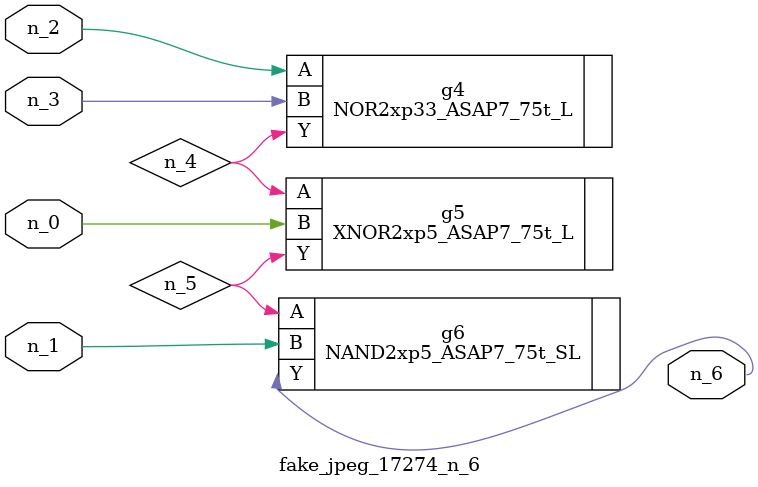
<source format=v>
module fake_jpeg_17274_n_6 (n_0, n_3, n_2, n_1, n_6);

input n_0;
input n_3;
input n_2;
input n_1;

output n_6;

wire n_4;
wire n_5;

NOR2xp33_ASAP7_75t_L g4 ( 
.A(n_2),
.B(n_3),
.Y(n_4)
);

XNOR2xp5_ASAP7_75t_L g5 ( 
.A(n_4),
.B(n_0),
.Y(n_5)
);

NAND2xp5_ASAP7_75t_SL g6 ( 
.A(n_5),
.B(n_1),
.Y(n_6)
);


endmodule
</source>
